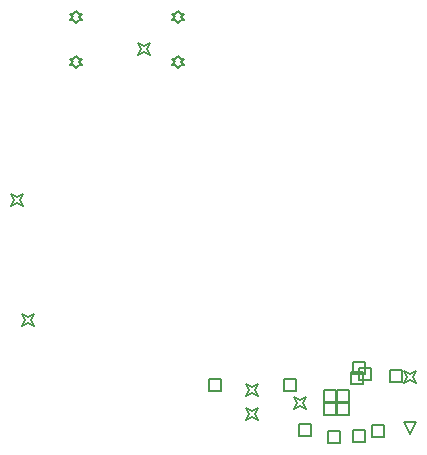
<source format=gbr>
G04*
G04 #@! TF.GenerationSoftware,Altium Limited,Altium Designer,23.10.1 (27)*
G04*
G04 Layer_Color=2752767*
%FSLAX44Y44*%
%MOMM*%
G71*
G04*
G04 #@! TF.SameCoordinates,EE71AB0A-04B5-4847-A965-A32D4C1E190E*
G04*
G04*
G04 #@! TF.FilePolarity,Positive*
G04*
G01*
G75*
%ADD60C,0.1270*%
D60*
X2036500Y317120D02*
X2039040Y319660D01*
X2041580D01*
X2039040Y322200D01*
X2041580Y324740D01*
X2039040D01*
X2036500Y327280D01*
X2033960Y324740D01*
X2031420D01*
X2033960Y322200D01*
X2031420Y319660D01*
X2033960D01*
X2036500Y317120D01*
Y355120D02*
X2039040Y357660D01*
X2041580D01*
X2039040Y360200D01*
X2041580Y362740D01*
X2039040D01*
X2036500Y365280D01*
X2033960Y362740D01*
X2031420D01*
X2033960Y360200D01*
X2031420Y357660D01*
X2033960D01*
X2036500Y355120D01*
X2122900Y317120D02*
X2125440Y319660D01*
X2127980D01*
X2125440Y322200D01*
X2127980Y324740D01*
X2125440D01*
X2122900Y327280D01*
X2120360Y324740D01*
X2117820D01*
X2120360Y322200D01*
X2117820Y319660D01*
X2120360D01*
X2122900Y317120D01*
Y355120D02*
X2125440Y357660D01*
X2127980D01*
X2125440Y360200D01*
X2127980Y362740D01*
X2125440D01*
X2122900Y365280D01*
X2120360Y362740D01*
X2117820D01*
X2120360Y360200D01*
X2117820Y357660D01*
X2120360D01*
X2122900Y355120D01*
X1981420Y200320D02*
X1983960Y205400D01*
X1981420Y210480D01*
X1986500Y207940D01*
X1991580Y210480D01*
X1989040Y205400D01*
X1991580Y200320D01*
X1986500Y202860D01*
X1981420Y200320D01*
X1990520Y98620D02*
X1993060Y103700D01*
X1990520Y108780D01*
X1995600Y106240D01*
X2000680Y108780D01*
X1998140Y103700D01*
X2000680Y98620D01*
X1995600Y101160D01*
X1990520Y98620D01*
X2180720Y39180D02*
X2183260Y44260D01*
X2180720Y49340D01*
X2185800Y46800D01*
X2190880Y49340D01*
X2188340Y44260D01*
X2190880Y39180D01*
X2185800Y41720D01*
X2180720Y39180D01*
X2276290Y53169D02*
Y63329D01*
X2286450D01*
Y53169D01*
X2276290D01*
X2225320Y5520D02*
Y15680D01*
X2235480D01*
Y5520D01*
X2225320D01*
X2180620Y19120D02*
X2183160Y24200D01*
X2180620Y29280D01*
X2185700Y26740D01*
X2190780Y29280D01*
X2188240Y24200D01*
X2190780Y19120D01*
X2185700Y21660D01*
X2180620Y19120D01*
X2212330Y44140D02*
Y54300D01*
X2222490D01*
Y44140D01*
X2212330D01*
X2149330D02*
Y54300D01*
X2159490D01*
Y44140D01*
X2149330D01*
X2221020Y28220D02*
X2223560Y33300D01*
X2221020Y38380D01*
X2226100Y35840D01*
X2231180Y38380D01*
X2228640Y33300D01*
X2231180Y28220D01*
X2226100Y30760D01*
X2221020Y28220D01*
X2088920Y328420D02*
X2091460Y333500D01*
X2088920Y338580D01*
X2094000Y336040D01*
X2099080Y338580D01*
X2096540Y333500D01*
X2099080Y328420D01*
X2094000Y330960D01*
X2088920Y328420D01*
X2271220Y58420D02*
Y68580D01*
X2281380D01*
Y58420D01*
X2271220D01*
X2314220Y50420D02*
X2316760Y55500D01*
X2314220Y60580D01*
X2319300Y58040D01*
X2324380Y60580D01*
X2321840Y55500D01*
X2324380Y50420D01*
X2319300Y52960D01*
X2314220Y50420D01*
X2302220Y51420D02*
Y61580D01*
X2312380D01*
Y51420D01*
X2302220D01*
X2269220Y49420D02*
Y59580D01*
X2279380D01*
Y49420D01*
X2269220D01*
X2319300Y7420D02*
X2314220Y17580D01*
X2324380D01*
X2319300Y7420D01*
X2287220Y4420D02*
Y14580D01*
X2297380D01*
Y4420D01*
X2287220D01*
X2271220Y420D02*
Y10580D01*
X2281380D01*
Y420D01*
X2271220D01*
X2249720Y-580D02*
Y9580D01*
X2259880D01*
Y-580D01*
X2249720D01*
X2246450Y23450D02*
Y33610D01*
X2256610D01*
Y23450D01*
X2246450D01*
Y34450D02*
Y44610D01*
X2256610D01*
Y34450D01*
X2246450D01*
X2257450Y23450D02*
Y33610D01*
X2267610D01*
Y23450D01*
X2257450D01*
Y34450D02*
Y44610D01*
X2267610D01*
Y34450D01*
X2257450D01*
M02*

</source>
